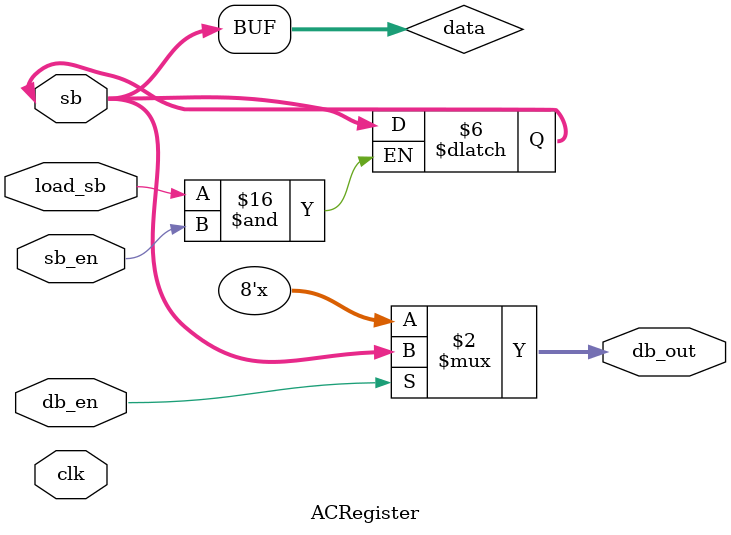
<source format=v>
`timescale 1ns / 1ps

// NOTE: This does NOT feature DCB adjuster.
module ACRegister(
    input clk,
    inout [7:0] sb,
    input load_sb,
    input sb_en,
    input db_en,
    output [7:0] db_out
);
    reg [7:0] data;
    assign sb  = sb_en ? data : 8'bz;
    assign db_out = db_en ? data : 8'bz;
    always @(*) if (load_sb) data <= sb;
endmodule

</source>
